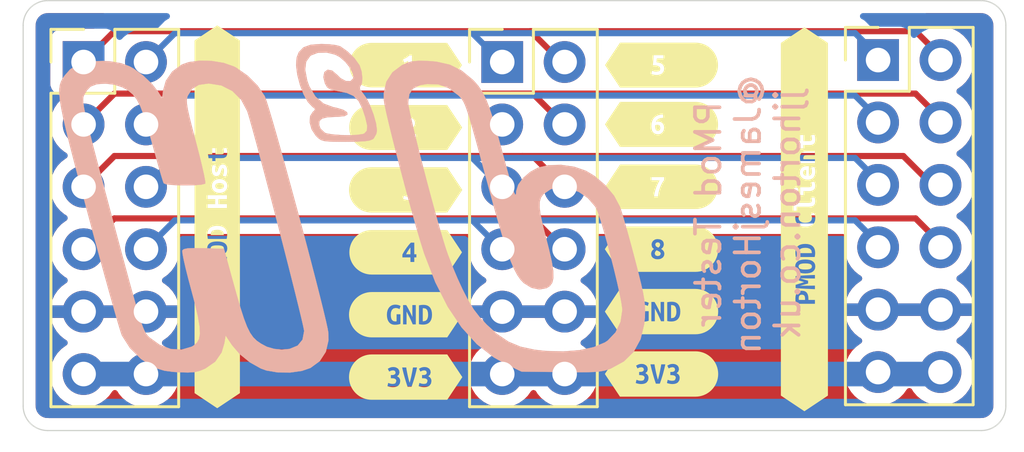
<source format=kicad_pcb>
(kicad_pcb (version 20211014) (generator pcbnew)
  (layers (0 "F.Cu" signal) (31 "B.Cu" signal) (34 "B.Paste" user) (35 "F.Paste" user) (36 "B.SilkS" user "B.Silkscreen") (37 "F.SilkS" user "F.Silkscreen") (38 "B.Mask" user) (39 "F.Mask" user) (44 "Edge.Cuts" user))
  (net 0 "")
  (net 1 "+3V3")
  (net 2 "GND")
  (net 3 "PMOD_8")
  (net 4 "PMOD_7")
  (net 5 "PMOD_6")
  (net 6 "PMOD_5")
  (net 7 "PMOD_4")
  (net 8 "PMOD_3")
  (net 9 "PMOD_2")
  (net 10 "PMOD_1")
  (footprint "Connector_PinHeader_2.54mm:PinHeader_2x06_P2.54mm_Vertical" (layer "F.Cu") (at 102.46 47.5)
    (fp_text reference "J1" hide)
    (fp_text value "Conn_02x06")
    (pad "1" thru_hole rect locked (at 0 0) (size 1.7 1.7) (drill 1) (layers *.Cu *.Mask) (net 10 "PMOD_1"))
    (pad "2" thru_hole oval locked (at 2.54 0) (size 1.7 1.7) (drill 1) (layers *.Cu *.Mask) (net 6 "PMOD_5"))
    (pad "3" thru_hole oval locked (at 0 2.54) (size 1.7 1.7) (drill 1) (layers *.Cu *.Mask) (net 9 "PMOD_2"))
    (pad "4" thru_hole oval locked (at 2.54 2.54) (size 1.7 1.7) (drill 1) (layers *.Cu *.Mask) (net 5 "PMOD_6"))
    (pad "5" thru_hole oval locked (at 0 5.08) (size 1.7 1.7) (drill 1) (layers *.Cu *.Mask) (net 8 "PMOD_3"))
    (pad "6" thru_hole oval locked (at 2.54 5.08) (size 1.7 1.7) (drill 1) (layers *.Cu *.Mask) (net 4 "PMOD_7"))
    (pad "7" thru_hole oval locked (at 0 7.62) (size 1.7 1.7) (drill 1) (layers *.Cu *.Mask) (net 7 "PMOD_4"))
    (pad "8" thru_hole oval locked (at 2.54 7.62) (size 1.7 1.7) (drill 1) (layers *.Cu *.Mask) (net 3 "PMOD_8"))
    (pad "9" thru_hole oval locked (at 0 10.16) (size 1.7 1.7) (drill 1) (layers *.Cu *.Mask) (net 2 "GND"))
    (pad "10" thru_hole oval locked (at 2.54 10.16) (size 1.7 1.7) (drill 1) (layers *.Cu *.Mask) (net 2 "GND"))
    (pad "11" thru_hole oval locked (at 0 12.7) (size 1.7 1.7) (drill 1) (layers *.Cu *.Mask) (net 1 "+3V3"))
    (pad "12" thru_hole oval locked (at 2.54 12.7) (size 1.7 1.7) (drill 1) (layers *.Cu *.Mask) (net 1 "+3V3"))
  )
  (footprint "Connector_PinHeader_2.54mm:PinHeader_2x06_P2.54mm_Vertical" (layer "F.Cu") (at 119.5 47.5)
    (fp_text reference "J2" hide)
    (fp_text value "Conn_02x06")
    (pad "1" thru_hole rect locked (at 0 0) (size 1.7 1.7) (drill 1) (layers *.Cu *.Mask) (net 6 "PMOD_5"))
    (pad "2" thru_hole oval locked (at 2.54 0) (size 1.7 1.7) (drill 1) (layers *.Cu "B.Mask") (net 10 "PMOD_1"))
    (pad "3" thru_hole oval locked (at 0 2.54) (size 1.7 1.7) (drill 1) (layers *.Cu *.Mask) (net 5 "PMOD_6"))
    (pad "4" thru_hole oval locked (at 2.54 2.54) (size 1.7 1.7) (drill 1) (layers *.Cu *.Mask) (net 9 "PMOD_2"))
    (pad "5" thru_hole oval locked (at 0 5.08) (size 1.7 1.7) (drill 1) (layers *.Cu *.Mask) (net 4 "PMOD_7"))
    (pad "6" thru_hole oval locked (at 2.54 5.08) (size 1.7 1.7) (drill 1) (layers *.Cu *.Mask) (net 8 "PMOD_3"))
    (pad "7" thru_hole oval locked (at 0 7.62) (size 1.7 1.7) (drill 1) (layers *.Cu *.Mask) (net 3 "PMOD_8"))
    (pad "8" thru_hole oval locked (at 2.54 7.62) (size 1.7 1.7) (drill 1) (layers *.Cu *.Mask) (net 7 "PMOD_4"))
    (pad "9" thru_hole oval locked (at 0 10.16) (size 1.7 1.7) (drill 1) (layers *.Cu *.Mask) (net 2 "GND"))
    (pad "10" thru_hole oval locked (at 2.54 10.16) (size 1.7 1.7) (drill 1) (layers *.Cu *.Mask) (net 2 "GND"))
    (pad "11" thru_hole oval locked (at 0 12.7) (size 1.7 1.7) (drill 1) (layers *.Cu *.Mask) (net 1 "+3V3"))
    (pad "12" thru_hole oval locked (at 2.54 12.7) (size 1.7 1.7) (drill 1) (layers *.Cu *.Mask) (net 1 "+3V3"))
  )
  (footprint "Connector_PinHeader_2.54mm:PinHeader_2x06_P2.54mm_Vertical" (layer "F.Cu") (at 134.8 47.42)
    (fp_text reference "J3" hide)
    (fp_text value "Conn_02x06")
    (pad "1" thru_hole rect locked (at 0 0) (size 1.7 1.7) (drill 1) (layers *.Cu *.Mask) (net 6 "PMOD_5"))
    (pad "2" thru_hole oval locked (at 2.54 0) (size 1.7 1.7) (drill 1) (layers *.Cu *.Mask) (net 10 "PMOD_1"))
    (pad "3" thru_hole oval locked (at 0 2.54) (size 1.7 1.7) (drill 1) (layers *.Cu *.Mask) (net 5 "PMOD_6"))
    (pad "4" thru_hole oval locked (at 2.54 2.54) (size 1.7 1.7) (drill 1) (layers *.Cu *.Mask) (net 9 "PMOD_2"))
    (pad "5" thru_hole oval locked (at 0 5.08) (size 1.7 1.7) (drill 1) (layers *.Cu *.Mask) (net 4 "PMOD_7"))
    (pad "6" thru_hole oval locked (at 2.54 5.08) (size 1.7 1.7) (drill 1) (layers *.Cu *.Mask) (net 8 "PMOD_3"))
    (pad "7" thru_hole oval locked (at 0 7.62) (size 1.7 1.7) (drill 1) (layers *.Cu *.Mask) (net 3 "PMOD_8"))
    (pad "8" thru_hole oval locked (at 2.54 7.62) (size 1.7 1.7) (drill 1) (layers *.Cu *.Mask) (net 7 "PMOD_4"))
    (pad "9" thru_hole oval locked (at 0 10.16) (size 1.7 1.7) (drill 1) (layers *.Cu *.Mask) (net 2 "GND"))
    (pad "10" thru_hole oval locked (at 2.54 10.16) (size 1.7 1.7) (drill 1) (layers *.Cu *.Mask) (net 2 "GND"))
    (pad "11" thru_hole oval locked (at 0 12.7) (size 1.7 1.7) (drill 1) (layers *.Cu *.Mask) (net 1 "+3V3"))
    (pad "12" thru_hole oval locked (at 2.54 12.7) (size 1.7 1.7) (drill 1) (layers *.Cu *.Mask) (net 1 "+3V3"))
  )
  (footprint "kibuzzard-622FB70B" (layer "F.Cu") (at 115.57 57.785)
    (fp_text reference "kibuzzard-622FB70B" hide)
    (fp_text value "G***" hide)
  )
  (footprint "kibuzzard-622FB788" (layer "F.Cu") (at 125.984 50.038)
    (fp_text reference "kibuzzard-622FB788" hide)
    (fp_text value "G***" hide)
  )
  (footprint "kibuzzard-622FB73D" (layer "F.Cu") (at 115.57 50.165)
    (fp_text reference "kibuzzard-622FB73D" hide)
    (fp_text value "G***" hide)
  )
  (footprint "kibuzzard-622FB76E" (layer "F.Cu") (at 125.984 47.625)
    (fp_text reference "kibuzzard-622FB76E" hide)
    (fp_text value "G***" hide)
  )
  (footprint "kibuzzard-622FB74A" (layer "F.Cu") (at 115.57 52.705)
    (fp_text reference "kibuzzard-622FB74A" hide)
    (fp_text value "G***" hide)
  )
  (footprint "kibuzzard-622FB72D" (layer "F.Cu") (at 115.57 47.625)
    (fp_text reference "kibuzzard-622FB72D" hide)
    (fp_text value "G***" hide)
  )
  (footprint "kibuzzard-622FB795" (layer "F.Cu") (at 125.984 52.578)
    (fp_text reference "kibuzzard-622FB795" hide)
    (fp_text value "G***" hide)
  )
  (footprint "kibuzzard-622FB7C8" (layer "F.Cu") (at 125.984 60.198)
    (fp_text reference "kibuzzard-622FB7C8" hide)
    (fp_text value "G***" hide)
  )
  (footprint "kibuzzard-622FB757" (layer "F.Cu") (at 115.57 55.245)
    (fp_text reference "kibuzzard-622FB757" hide)
    (fp_text value "G***" hide)
  )
  (footprint "kibuzzard-622FB7B1" (layer "F.Cu") (at 125.984 57.658)
    (fp_text reference "kibuzzard-622FB7B1" hide)
    (fp_text value "G***" hide)
  )
  (footprint "kibuzzard-622FB6A0" (layer "F.Cu") (at 131.8 53.9 90)
    (fp_text reference "kibuzzard-622FB6A0" hide)
    (fp_text value "G***" hide)
  )
  (footprint "kibuzzard-622FB71B" (layer "F.Cu") (at 115.57 60.325)
    (fp_text reference "kibuzzard-622FB71B" hide)
    (fp_text value "G***" hide)
  )
  (footprint "kibuzzard-622FB7A1" (layer "F.Cu") (at 125.984 55.118)
    (fp_text reference "kibuzzard-622FB7A1" hide)
    (fp_text value "G***" hide)
  )
  (footprint "kibuzzard-622FB67C" (layer "F.Cu") (at 107.9 53.8 90)
    (fp_text reference "kibuzzard-622FB67C" hide)
    (fp_text value "G***" hide)
  )
  (footprint "jjh:Untitled" (layer "B.Cu") (at 113.3 54.3 180)
    (fp_text reference "G***" hide)
    (fp_text value "LOGO" hide)
  )
  (gr_line (start 139 45) (end 101 45) (layer "Edge.Cuts") (width 0.05))
  (gr_arc (start 101 62.5) (mid 100.292893 62.207107) (end 100 61.5) (layer "Edge.Cuts") (width 0.05))
  (gr_line (start 140 61.5) (end 140 46) (layer "Edge.Cuts") (width 0.05))
  (gr_arc (start 139 45) (mid 139.707107 45.292893) (end 140 46) (layer "Edge.Cuts") (width 0.05))
  (gr_line (start 100 46) (end 100 61.5) (layer "Edge.Cuts") (width 0.05))
  (gr_line (start 101 62.5) (end 139 62.5) (layer "Edge.Cuts") (width 0.05))
  (gr_arc (start 140 61.5) (mid 139.707107 62.207107) (end 139 62.5) (layer "Edge.Cuts") (width 0.05))
  (gr_arc (start 100 46) (mid 100.292893 45.292893) (end 101 45) (layer "Edge.Cuts") (width 0.05))
  (gr_text "PMod Tester\n@JamesjHorton\njjhorton.co.uk" (at 129.5 53.7 90) (layer "B.SilkS") (effects (font (size 1 1)) (justify mirror)))
  (segment (start 102.46 60.2) (end 137.42 60.2) (width 1) (layer "B.Cu") (net 1))
  (segment (start 133.864999 53.944999) (end 118.055001 53.944999) (width 0.25) (layer "B.Cu") (net 3))
  (segment (start 118.055001 53.944999) (end 106.175001 53.944999) (width 0.25) (layer "B.Cu") (net 3))
  (segment (start 134.96 55.04) (end 133.864999 53.944999) (width 0.25) (layer "B.Cu") (net 3))
  (segment (start 119.46 55.12) (end 118.284999 53.944999) (width 0.25) (layer "B.Cu") (net 3))
  (segment (start 118.284999 53.944999) (end 118.055001 53.944999) (width 0.25) (layer "B.Cu") (net 3))
  (segment (start 106.175001 53.944999) (end 105 55.12) (width 0.25) (layer "B.Cu") (net 3))
  (segment (start 118.284999 51.404999) (end 117.795001 51.404999) (width 0.25) (layer "B.Cu") (net 4))
  (segment (start 133.864999 51.404999) (end 117.795001 51.404999) (width 0.25) (layer "B.Cu") (net 4))
  (segment (start 106.175001 51.404999) (end 105 52.58) (width 0.25) (layer "B.Cu") (net 4))
  (segment (start 117.795001 51.404999) (end 106.175001 51.404999) (width 0.25) (layer "B.Cu") (net 4))
  (segment (start 119.46 52.58) (end 118.284999 51.404999) (width 0.25) (layer "B.Cu") (net 4))
  (segment (start 134.96 52.5) (end 133.864999 51.404999) (width 0.25) (layer "B.Cu") (net 4))
  (segment (start 134.96 49.96) (end 133.864999 48.864999) (width 0.25) (layer "B.Cu") (net 5))
  (segment (start 133.864999 48.864999) (end 117.964999 48.864999) (width 0.25) (layer "B.Cu") (net 5))
  (segment (start 118.284999 48.864999) (end 117.964999 48.864999) (width 0.25) (layer "B.Cu") (net 5))
  (segment (start 106.175001 48.864999) (end 105 50.04) (width 0.25) (layer "B.Cu") (net 5))
  (segment (start 119.46 50.04) (end 118.284999 48.864999) (width 0.25) (layer "B.Cu") (net 5))
  (segment (start 117.964999 48.864999) (end 106.175001 48.864999) (width 0.25) (layer "B.Cu") (net 5))
  (segment (start 119.46 47.5) (end 118.284999 46.324999) (width 0.25) (layer "B.Cu") (net 6))
  (segment (start 118.284999 46.324999) (end 118.075001 46.324999) (width 0.25) (layer "B.Cu") (net 6))
  (segment (start 106.175001 46.324999) (end 105 47.5) (width 0.25) (layer "B.Cu") (net 6))
  (segment (start 134.96 47.42) (end 133.864999 46.324999) (width 0.25) (layer "B.Cu") (net 6))
  (segment (start 133.864999 46.324999) (end 118.075001 46.324999) (width 0.25) (layer "B.Cu") (net 6))
  (segment (start 118.075001 46.324999) (end 106.175001 46.324999) (width 0.25) (layer "B.Cu") (net 6))
  (segment (start 120.264999 53.864999) (end 103.715001 53.864999) (width 0.25) (layer "F.Cu") (net 7))
  (segment (start 120.744999 53.864999) (end 120.264999 53.864999) (width 0.25) (layer "F.Cu") (net 7))
  (segment (start 103.715001 53.864999) (end 102.46 55.12) (width 0.25) (layer "F.Cu") (net 7))
  (segment (start 137.5 55.04) (end 136.324999 53.864999) (width 0.25) (layer "F.Cu") (net 7))
  (segment (start 122 55.12) (end 120.744999 53.864999) (width 0.25) (layer "F.Cu") (net 7))
  (segment (start 136.324999 53.864999) (end 120.264999 53.864999) (width 0.25) (layer "F.Cu") (net 7))
  (segment (start 102.46 52.58) (end 103.715001 51.324999) (width 0.25) (layer "F.Cu") (net 8))
  (segment (start 135.824999 51.324999) (end 137 52.5) (width 0.25) (layer "F.Cu") (net 8))
  (segment (start 122 52.58) (end 120.860499 51.440499) (width 0.25) (layer "F.Cu") (net 8))
  (segment (start 103.715001 51.324999) (end 120.324999 51.324999) (width 0.25) (layer "F.Cu") (net 8))
  (segment (start 137 52.5) (end 137.5 52.5) (width 0.25) (layer "F.Cu") (net 8))
  (segment (start 120.324999 51.324999) (end 135.824999 51.324999) (width 0.25) (layer "F.Cu") (net 8))
  (segment (start 122 50.04) (end 120.744999 48.784999) (width 0.25) (layer "F.Cu") (net 9))
  (segment (start 103.715001 48.784999) (end 119.915001 48.784999) (width 0.25) (layer "F.Cu") (net 9))
  (segment (start 136.324999 48.784999) (end 137.5 49.96) (width 0.25) (layer "F.Cu") (net 9))
  (segment (start 102.46 50.04) (end 103.715001 48.784999) (width 0.25) (layer "F.Cu") (net 9))
  (segment (start 120.744999 48.784999) (end 119.915001 48.784999) (width 0.25) (layer "F.Cu") (net 9))
  (segment (start 119.915001 48.784999) (end 136.324999 48.784999) (width 0.25) (layer "F.Cu") (net 9))
  (segment (start 122 47.5) (end 121.910002 47.5) (width 0.25) (layer "F.Cu") (net 10))
  (segment (start 120.655001 46.244999) (end 136.324999 46.244999) (width 0.25) (layer "F.Cu") (net 10))
  (segment (start 136.324999 46.244999) (end 137.5 47.42) (width 0.25) (layer "F.Cu") (net 10))
  (segment (start 121.910002 47.5) (end 120.655001 46.244999) (width 0.25) (layer "F.Cu") (net 10))
  (segment (start 102.46 47.5) (end 103.715001 46.244999) (width 0.25) (layer "F.Cu") (net 10))
  (segment (start 103.715001 46.244999) (end 120.655001 46.244999) (width 0.25) (layer "F.Cu") (net 10))
  (zone (net 2) (net_name "GND") (layer "F.Cu") (connect_pads (clearance 0.508)) (min_thickness 0.254) (fill yes (thermal_gap 0.508) (thermal_bridge_width 0.508))
    (polygon (pts (xy 140 62.5) (xy 100 62.5) (xy 100 45) (xy 140 45)))
  )
  (zone (net 2) (net_name "GND") (layer "B.Cu") (connect_pads (clearance 0.508)) (min_thickness 0.254) (fill yes (thermal_gap 0.508) (thermal_bridge_width 0.508))
    (polygon (pts (xy 140 62.5) (xy 100 62.5) (xy 100 45) (xy 140 45)))
  )
)
</source>
